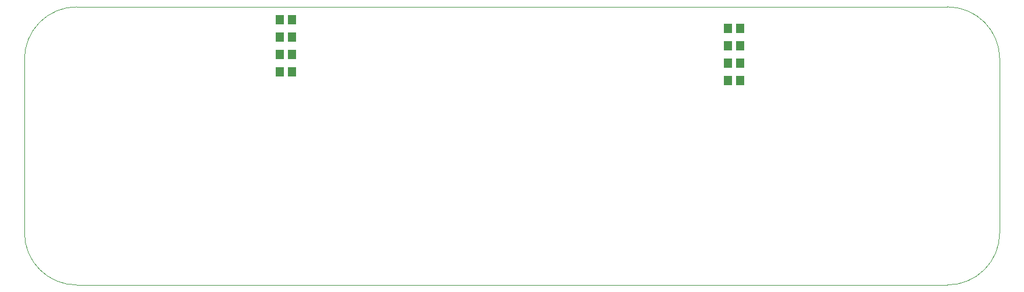
<source format=gbp>
G04*
G04 #@! TF.GenerationSoftware,Altium Limited,Altium Designer,19.1.7 (138)*
G04*
G04 Layer_Color=128*
%FSLAX25Y25*%
%MOIN*%
G70*
G01*
G75*
%ADD12C,0.00100*%
%ADD29R,0.04528X0.05709*%
D12*
X130000Y260000D02*
G03*
X100000Y230000I0J-30000D01*
G01*
Y130000D02*
G03*
X130000Y100000I30000J0D01*
G01*
X660000Y230000D02*
G03*
X630000Y260000I-30000J0D01*
G01*
Y100000D02*
G03*
X660000Y130000I0J30000D01*
G01*
X130000Y260000D02*
X630000Y260000D01*
X130000Y100000D02*
X630000Y100000D01*
X660000Y130000D02*
Y230000D01*
X100000Y130000D02*
Y230000D01*
D29*
X253445Y232500D02*
D03*
X246555D02*
D03*
X253445Y222500D02*
D03*
X246555D02*
D03*
X504055Y247500D02*
D03*
X510945D02*
D03*
X504055Y237500D02*
D03*
X510945D02*
D03*
X504055Y227500D02*
D03*
X510945D02*
D03*
X504055Y217500D02*
D03*
X510945D02*
D03*
X253445Y242500D02*
D03*
X246555D02*
D03*
X253445Y252500D02*
D03*
X246555D02*
D03*
M02*

</source>
